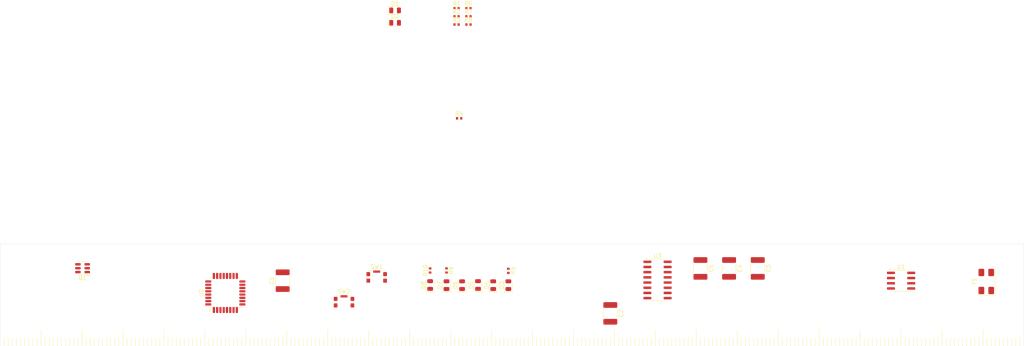
<source format=kicad_pcb>
(kicad_pcb (version 20241229) (generator "pcbnew") (generator_version "9.0")
  (layers (0 "F.Cu" signal) (2 "B.Cu" signal) (13 "F.Paste" user) (15 "B.Paste" user) (5 "F.SilkS" user "F.Silkscreen") (7 "B.SilkS" user "B.Silkscreen") (1 "F.Mask" user) (3 "B.Mask" user) (25 "Edge.Cuts" user))
  (net 0 "")
  (net 1 "Net-(D1-K)")
  (net 2 "Net-(U1-DIS)")
  (net 3 "Net-(U3-INL)")
  (net 4 "Net-(U3-INR)")
  (net 5 "Net-(U3--OUT_R)")
  (net 6 "Net-(U3-+OUT_R)")
  (net 7 "Net-(D1-A)")
  (net 8 "Net-(D2-A)")
  (net 9 "Net-(D2-K)")
  (net 10 "Net-(D3-A)")
  (net 11 "Net-(D4-A)")
  (net 12 "Net-(D5-A)")
  (net 13 "Net-(D6-A)")
  (net 14 "Net-(D7-A)")
  (net 15 "Net-(D8-A)")
  (net 16 "Net-(Q1A-E1)")
  (net 17 "Net-(Q1A-C1)")
  (net 18 "Net-(Q1A-B1)")
  (net 19 "Net-(U1-TR)")
  (net 20 "Net-(U1-CV)")
  (net 21 "Net-(U2-PB1)")
  (net 22 "Net-(U2-PD1)")
  (net 23 "Net-(U2-PD2)")
  (net 24 "Net-(U2-PD3)")
  (net 25 "Net-(U2-PD4)")
  (net 26 "Net-(U2-PD5)")
  (net 27 "Net-(U2-PD6)")
  (net 28 "Net-(U2-PD7)")
  (net 29 "Net-(U2-PC6{slash}~{RESET})")
  (net 31 "Net-(U2-PB6{slash}XTAL1)")
  (net 33 "Net-(U1-THR)")
  (net 34 "/bus_5")
  (net 35 "/bus_3")
  (net 36 "/bus_2")
  (net 37 "/bus_4")
  (net 38 "/bus_1")
  (net 39 "Net-(U3-GND)")
  (footprint "Crystal:Crystal_SMD_0603-4Pin_6.0x3.5mm" (layer "F.Cu") (at 260.8 152.2 90)
    (property "Reference" "Y1" (at 0 -2.95 90) (layer "F.SilkS"))
    (property "Value" "Crystal")
    (fp_line (start -3.36 -2.16) (end -3.36 2.16) (stroke (width 0.12)) (layer "F.SilkS"))
    (fp_line (start -3.36 2.16) (end 3.36 2.16) (stroke (width 0.12)) (layer "F.SilkS"))
    (pad "1" smd roundrect (at -2.2 1.2 90) (size 1.8 1.4) (layers "F.Cu" "F.Mask" "F.Paste") (roundrect_rratio 0.178571) (net 33 "Net-(U1-THR)"))
    (pad "2" smd roundrect (at 2.2 1.2 90) (size 1.8 1.4) (layers "F.Cu" "F.Mask" "F.Paste") (roundrect_rratio 0.178571) (net 9 "Net-(D2-K)"))
    (pad "3" smd roundrect (at 2.2 -1.2 90) (size 1.8 1.4) (layers "F.Cu" "F.Mask" "F.Paste") (roundrect_rratio 0.178571))
    (pad "4" smd roundrect (at -2.2 -1.2 90) (size 1.8 1.4) (layers "F.Cu" "F.Mask" "F.Paste") (roundrect_rratio 0.178571))
  )
  (footprint "Capacitor_SMD:C_1812_4532Metric" (layer "F.Cu") (at 191 149 -90)
    (property "Reference" "C5" (at 0 -2.65 90) (layer "F.SilkS"))
    (property "Value" "C")
    (fp_line (start -1.161252 1.71) (end 1.161252 1.71) (stroke (width 0.12)) (layer "F.SilkS"))
    (fp_line (start -1.161252 -1.71) (end 1.161252 -1.71) (stroke (width 0.12)) (layer "F.SilkS"))
    (pad "1" smd roundrect (at -2.05 0 270) (size 1.4 3.4) (layers "F.Cu" "F.Mask" "F.Paste") (roundrect_rratio 0.178571) (net 6 "Net-(U3-+OUT_R)"))
    (pad "2" smd roundrect (at 2.05 0 270) (size 1.4 3.4) (layers "F.Cu" "F.Mask" "F.Paste") (roundrect_rratio 0.178571) (net 5 "Net-(U3--OUT_R)"))
  )
  (footprint "LED_SMD:LED_0805_2012Metric" (layer "F.Cu") (at 116.445 88.95)
    (property "Reference" "D2" (at 0 -1.65 0) (layer "F.SilkS"))
    (property "Value" "LED")
    (fp_line (start -1.685 -0.96) (end -1.685 0.96) (stroke (width 0.12)) (layer "F.SilkS"))
    (fp_line (start -1.685 0.96) (end 1 0.96) (stroke (width 0.12)) (layer "F.SilkS"))
    (fp_line (start 1 -0.96) (end -1.685 -0.96) (stroke (width 0.12)) (layer "F.SilkS"))
    (pad "1" smd roundrect (at -0.9375 0) (size 0.975 1.4) (layers "F.Cu" "F.Mask" "F.Paste") (net 9 "Net-(D2-K)"))
    (pad "2" smd roundrect (at 0.9375 0) (size 0.975 1.4) (layers "F.Cu" "F.Mask" "F.Paste") (net 8 "Net-(D2-A)"))
  )
  (footprint "Package_SO:SOIC-8_3.9x4.9mm_P1.27mm" (layer "F.Cu") (at 240 152)
    (property "Reference" "U1" (at 0 -3.4 0) (layer "F.SilkS"))
    (property "Value" "ICM7555xB")
    (fp_line (start 0 -2.56) (end -1.95 -2.56) (stroke (width 0.12)) (layer "F.SilkS"))
    (fp_line (start 0 -2.56) (end 1.95 -2.56) (stroke (width 0.12)) (layer "F.SilkS"))
    (fp_line (start 0 2.56) (end -1.95 2.56) (stroke (width 0.12)) (layer "F.SilkS"))
    (fp_line (start 0 2.56) (end 1.95 2.56) (stroke (width 0.12)) (layer "F.SilkS"))
    (fp_poly (pts (xy -2.7 -2.465) (xy -2.94 -2.795) (xy -2.46 -2.795)) (stroke (width 0.12)) (fill yes) (layer "F.SilkS"))
    (pad "1" smd roundrect (at -2.475 -1.905) (size 1.95 0.6) (layers "F.Cu" "F.Mask" "F.Paste") (net 9 "Net-(D2-K)"))
    (pad "2" smd roundrect (at -2.475 -0.635) (size 1.95 0.6) (layers "F.Cu" "F.Mask" "F.Paste") (net 19 "Net-(U1-TR)"))
    (pad "3" smd roundrect (at -2.475 0.635) (size 1.95 0.6) (layers "F.Cu" "F.Mask" "F.Paste") (net 1 "Net-(D1-K)"))
    (pad "4" smd roundrect (at -2.475 1.905) (size 1.95 0.6) (layers "F.Cu" "F.Mask" "F.Paste") (net 20 "Net-(U1-CV)"))
    (pad "5" smd roundrect (at 2.475 1.905) (size 1.95 0.6) (layers "F.Cu" "F.Mask" "F.Paste") (net 20 "Net-(U1-CV)"))
    (pad "6" smd roundrect (at 2.475 0.635) (size 1.95 0.6) (layers "F.Cu" "F.Mask" "F.Paste") (net 33 "Net-(U1-THR)"))
    (pad "7" smd roundrect (at 2.475 -0.635) (size 1.95 0.6) (layers "F.Cu" "F.Mask" "F.Paste") (net 2 "Net-(U1-DIS)"))
    (pad "8" smd roundrect (at 2.475 -1.905) (size 1.95 0.6) (layers "F.Cu" "F.Mask" "F.Paste") (net 1 "Net-(D1-K)"))
  )
  (footprint "Button_Switch_SMD:SW_SPST_CK_KMS2xxGP" (layer "F.Cu") (at 111.95 151.2)
    (property "Reference" "SW1" (at 0 -2.6 0) (layer "F.SilkS"))
    (property "Value" "CK_KMS2xxG")
    (fp_line (start -2.21 -1.56) (end -1.11 -1.56) (stroke (width 0.12)) (layer "F.SilkS"))
    (fp_line (start -2.21 -0.04) (end -2.21 0.04) (stroke (width 0.12)) (layer "F.SilkS"))
    (fp_line (start 1.11 -1.56) (end 2.21 -1.56) (stroke (width 0.12)) (layer "F.SilkS"))
    (fp_line (start 2.21 -0.04) (end 2.21 0.04) (stroke (width 0.12)) (layer "F.SilkS"))
    (pad "" np_thru_hole circle (at -0.975 0.75) (size 0.9 0.9) (drill 0.9) (layers "*.Cu" "*.Mask"))
    (pad "" np_thru_hole circle (at 0.975 0.75) (size 0.9 0.9) (drill 0.9) (layers "*.Cu" "*.Mask"))
    (pad "1" smd roundrect (at -2.05 -0.8) (size 0.9 1) (layers "F.Cu" "F.Mask" "F.Paste") (roundrect_rratio 0.15) (net 1 "Net-(D1-K)"))
    (pad "1" smd roundrect (at 2.05 -0.8) (size 0.9 1) (layers "F.Cu" "F.Mask" "F.Paste") (roundrect_rratio 0.15) (net 1 "Net-(D1-K)"))
    (pad "2" smd roundrect (at -2.05 0.8) (size 0.9 1) (layers "F.Cu" "F.Mask" "F.Paste") (roundrect_rratio 0.15) (net 29 "Net-(U2-PC6{slash}~{RESET})"))
    (pad "2" smd roundrect (at 2.05 0.8) (size 0.9 1) (layers "F.Cu" "F.Mask" "F.Paste") (roundrect_rratio 0.15) (net 29 "Net-(U2-PC6{slash}~{RESET})"))
    (pad "SH" smd roundrect (at 0 -1.425) (size 1.7 0.55) (layers "F.Cu" "F.Mask" "F.Paste") (roundrect_rratio 0.15))
  )
  (footprint "Package_TO_SOT_SMD:SOT-23-6" (layer "F.Cu") (at 40.1375 148.95 180)
    (property "Reference" "Q1" (at 0 -2.4 0) (layer "F.SilkS"))
    (property "Value" "DMMT5401")
    (fp_line (start 0 1.56) (end 0.8 1.56) (stroke (width 0.12)) (layer "F.SilkS"))
    (fp_line (start 0 1.56) (end -0.8 1.56) (stroke (width 0.12)) (layer "F.SilkS"))
    (fp_line (start 0 -1.56) (end 0.8 -1.56) (stroke (width 0.12)) (layer "F.SilkS"))
    (fp_line (start 0 -1.56) (end -0.8 -1.56) (stroke (width 0.12)) (layer "F.SilkS"))
    (fp_poly (pts (xy -1.3 -1.51) (xy -1.54 -1.84) (xy -1.06 -1.84)) (stroke (width 0.12)) (fill yes) (layer "F.SilkS"))
    (pad "1" smd roundrect (at -1.1375 -0.95 180) (size 1.325 0.6) (layers "F.Cu" "F.Mask" "F.Paste") (net 17 "Net-(Q1A-C1)"))
    (pad "2" smd roundrect (at -1.1375 0 180) (size 1.325 0.6) (layers "F.Cu" "F.Mask" "F.Paste") (net 18 "Net-(Q1A-B1)"))
    (pad "3" smd roundrect (at -1.1375 0.95 180) (size 1.325 0.6) (layers "F.Cu" "F.Mask" "F.Paste"))
    (pad "4" smd roundrect (at 1.1375 0.95 180) (size 1.325 0.6) (layers "F.Cu" "F.Mask" "F.Paste"))
    (pad "5" smd roundrect (at 1.1375 0 180) (size 1.325 0.6) (layers "F.Cu" "F.Mask" "F.Paste"))
    (pad "6" smd roundrect (at 1.1375 -0.95 180) (size 1.325 0.6) (layers "F.Cu" "F.Mask" "F.Paste") (net 16 "Net-(Q1A-E1)"))
  )
  (footprint "Resistor_SMD:R_0402_1005Metric" (layer "F.Cu") (at 131.455 85.385)
    (property "Reference" "R1" (at 0 -1.17 0) (layer "F.SilkS"))
    (property "Value" "R")
    (fp_line (start -0.153641 -0.38) (end 0.153641 -0.38) (stroke (width 0.12)) (layer "F.SilkS"))
    (fp_line (start -0.153641 0.38) (end 0.153641 0.38) (stroke (width 0.12)) (layer "F.SilkS"))
    (pad "1" smd roundrect (at -0.51 0) (size 0.54 0.64) (layers "F.Cu" "F.Mask" "F.Paste") (net 1 "Net-(D1-K)"))
    (pad "2" smd roundrect (at 0.51 0) (size 0.54 0.64) (layers "F.Cu" "F.Mask" "F.Paste") (net 19 "Net-(U1-TR)"))
  )
  (footprint "Capacitor_SMD:C_1812_4532Metric" (layer "F.Cu") (at 198 149 -90)
    (property "Reference" "C4" (at 0 -2.65 90) (layer "F.SilkS"))
    (property "Value" "C")
    (fp_line (start -1.161252 1.71) (end 1.161252 1.71) (stroke (width 0.12)) (layer "F.SilkS"))
    (fp_line (start -1.161252 -1.71) (end 1.161252 -1.71) (stroke (width 0.12)) (layer "F.SilkS"))
    (pad "1" smd roundrect (at -2.05 0 270) (size 1.4 3.4) (layers "F.Cu" "F.Mask" "F.Paste") (roundrect_rratio 0.178571) (net 6 "Net-(U3-+OUT_R)"))
    (pad "2" smd roundrect (at 2.05 0 270) (size 1.4 3.4) (layers "F.Cu" "F.Mask" "F.Paste") (roundrect_rratio 0.178571) (net 5 "Net-(U3--OUT_R)"))
  )
  (footprint "Resistor_SMD:R_0402_1005Metric" (layer "F.Cu") (at 131.455 89.365)
    (property "Reference" "R3" (at 0 -1.17 0) (layer "F.SilkS"))
    (property "Value" "R")
    (fp_line (start -0.153641 -0.38) (end 0.153641 -0.38) (stroke (width 0.12)) (layer "F.SilkS"))
    (fp_line (start -0.153641 0.38) (end 0.153641 0.38) (stroke (width 0.12)) (layer "F.SilkS"))
    (pad "1" smd roundrect (at -0.51 0) (size 0.54 0.64) (layers "F.Cu" "F.Mask" "F.Paste") (net 1 "Net-(D1-K)"))
    (pad "2" smd roundrect (at 0.51 0) (size 0.54 0.64) (layers "F.Cu" "F.Mask" "F.Paste") (net 21 "Net-(U2-PB1)"))
  )
  (footprint "Resistor_SMD:R_0402_1005Metric" (layer "F.Cu") (at 129 149.5 -90)
    (property "Reference" "R9" (at 0 -1.17 90) (layer "F.SilkS"))
    (property "Value" "R")
    (fp_line (start -0.153641 0.38) (end 0.153641 0.38) (stroke (width 0.12)) (layer "F.SilkS"))
    (fp_line (start -0.153641 -0.38) (end 0.153641 -0.38) (stroke (width 0.12)) (layer "F.SilkS"))
    (pad "1" smd roundrect (at -0.51 0 270) (size 0.54 0.64) (layers "F.Cu" "F.Mask" "F.Paste") (net 27 "Net-(U2-PD6)"))
    (pad "2" smd roundrect (at 0.51 0 270) (size 0.54 0.64) (layers "F.Cu" "F.Mask" "F.Paste") (net 14 "Net-(D7-A)"))
  )
  (footprint "LED_SMD:LED_0805_2012Metric" (layer "F.Cu") (at 140.4 153.1 90)
    (property "Reference" "D4" (at 0 -1.65 90) (layer "F.SilkS"))
    (property "Value" "LED")
    (fp_line (start 1 -0.96) (end -1.685 -0.96) (stroke (width 0.12)) (layer "F.SilkS"))
    (fp_line (start -1.685 -0.96) (end -1.685 0.96) (stroke (width 0.12)) (layer "F.SilkS"))
    (fp_line (start -1.685 0.96) (end 1 0.96) (stroke (width 0.12)) (layer "F.SilkS"))
    (pad "1" smd roundrect (at -0.9375 0 90) (size 0.975 1.4) (layers "F.Cu" "F.Mask" "F.Paste") (net 9 "Net-(D2-K)"))
    (pad "2" smd roundrect (at 0.9375 0 90) (size 0.975 1.4) (layers "F.Cu" "F.Mask" "F.Paste") (net 11 "Net-(D4-A)"))
  )
  (footprint "Resistor_SMD:R_0402_1005Metric" (layer "F.Cu") (at 125 149.51 90)
    (property "Reference" "R10" (at 0 -1.17 90) (layer "F.SilkS"))
    (property "Value" "R")
    (fp_line (start -0.153641 -0.38) (end 0.153641 -0.38) (stroke (width 0.12)) (layer "F.SilkS"))
    (fp_line (start -0.153641 0.38) (end 0.153641 0.38) (stroke (width 0.12)) (layer "F.SilkS"))
    (pad "1" smd roundrect (at -0.51 0 90) (size 0.54 0.64) (layers "F.Cu" "F.Mask" "F.Paste") (net 28 "Net-(U2-PD7)"))
    (pad "2" smd roundrect (at 0.51 0 90) (size 0.54 0.64) (layers "F.Cu" "F.Mask" "F.Paste") (net 15 "Net-(D8-A)"))
  )
  (footprint "Button_Switch_SMD:SW_SPST_CK_KMS2xxGP" (layer "F.Cu") (at 103.975 157.25)
    (property "Reference" "SW2" (at 0 -2.6 0) (layer "F.SilkS"))
    (property "Value" "CK_KMS2xxG")
    (fp_line (start -2.21 -1.56) (end -1.11 -1.56) (stroke (width 0.12)) (layer "F.SilkS"))
    (fp_line (start -2.21 -0.04) (end -2.21 0.04) (stroke (width 0.12)) (layer "F.SilkS"))
    (fp_line (start 1.11 -1.56) (end 2.21 -1.56) (stroke (width 0.12)) (layer "F.SilkS"))
    (fp_line (start 2.21 -0.04) (end 2.21 0.04) (stroke (width 0.12)) (layer "F.SilkS"))
    (pad "" np_thru_hole circle (at -0.975 0.75) (size 0.9 0.9) (drill 0.9) (layers "*.Cu" "*.Mask"))
    (pad "" np_thru_hole circle (at 0.975 0.75) (size 0.9 0.9) (drill 0.9) (layers "*.Cu" "*.Mask"))
    (pad "1" smd roundrect (at -2.05 -0.8) (size 0.9 1) (layers "F.Cu" "F.Mask" "F.Paste") (roundrect_rratio 0.15) (net 1 "Net-(D1-K)"))
    (pad "1" smd roundrect (at 2.05 -0.8) (size 0.9 1) (layers "F.Cu" "F.Mask" "F.Paste") (roundrect_rratio 0.15) (net 1 "Net-(D1-K)"))
    (pad "2" smd roundrect (at -2.05 0.8) (size 0.9 1) (layers "F.Cu" "F.Mask" "F.Paste") (roundrect_rratio 0.15) (net 31 "Net-(U2-PB6{slash}XTAL1)"))
    (pad "2" smd roundrect (at 2.05 0.8) (size 0.9 1) (layers "F.Cu" "F.Mask" "F.Paste") (roundrect_rratio 0.15) (net 31 "Net-(U2-PB6{slash}XTAL1)"))
    (pad "SH" smd roundrect (at 0 -1.425) (size 1.7 0.55) (layers "F.Cu" "F.Mask" "F.Paste") (roundrect_rratio 0.15))
  )
  (footprint "Resistor_SMD:R_0402_1005Metric" (layer "F.Cu") (at 144.1 149.59 -90)
    (property "Reference" "R5" (at 0 -1.17 90) (layer "F.SilkS"))
    (property "Value" "R")
    (fp_line (start -0.153641 0.38) (end 0.153641 0.38) (stroke (width 0.12)) (layer "F.SilkS"))
    (fp_line (start -0.153641 -0.38) (end 0.153641 -0.38) (stroke (width 0.12)) (layer "F.SilkS"))
    (pad "1" smd roundrect (at -0.51 0 270) (size 0.54 0.64) (layers "F.Cu" "F.Mask" "F.Paste") (net 23 "Net-(U2-PD2)"))
    (pad "2" smd roundrect (at 0.51 0 270) (size 0.54 0.64) (layers "F.Cu" "F.Mask" "F.Paste") (net 10 "Net-(D3-A)"))
  )
  (footprint "LED_SMD:LED_0805_2012Metric" (layer "F.Cu") (at 129 153.1 90)
    (property "Reference" "D7" (at 0 -1.65 90) (layer "F.SilkS"))
    (property "Value" "LED")
    (fp_line (start 1 -0.96) (end -1.685 -0.96) (stroke (width 0.12)) (layer "F.SilkS"))
    (fp_line (start -1.685 -0.96) (end -1.685 0.96) (stroke (width 0.12)) (layer "F.SilkS"))
    (fp_line (start -1.685 0.96) (end 1 0.96) (stroke (width 0.12)) (layer "F.SilkS"))
    (pad "1" smd roundrect (at -0.9375 0 90) (size 0.975 1.4) (layers "F.Cu" "F.Mask" "F.Paste") (net 9 "Net-(D2-K)"))
    (pad "2" smd roundrect (at 0.9375 0 90) (size 0.975 1.4) (layers "F.Cu" "F.Mask" "F.Paste") (net 14 "Net-(D7-A)"))
  )
  (footprint "Resistor_SMD:R_0402_1005Metric" (layer "F.Cu") (at 134.365 89.365)
    (property "Reference" "R8" (at 0 -1.17 0) (layer "F.SilkS"))
    (property "Value" "R")
    (fp_line (start -0.153641 -0.38) (end 0.153641 -0.38) (stroke (width 0.12)) (layer "F.SilkS"))
    (fp_line (start -0.153641 0.38) (end 0.153641 0.38) (stroke (width 0.12)) (layer "F.SilkS"))
    (pad "1" smd roundrect (at -0.51 0) (size 0.54 0.64) (layers "F.Cu" "F.Mask" "F.Paste") (net 26 "Net-(U2-PD5)"))
    (pad "2" smd roundrect (at 0.51 0) (size 0.54 0.64) (layers "F.Cu" "F.Mask" "F.Paste") (net 13 "Net-(D6-A)"))
  )
  (footprint "Capacitor_SMD:C_1812_4532Metric" (layer "F.Cu") (at 205 149 -90)
    (property "Reference" "C3" (at 0 -2.65 90) (layer "F.SilkS"))
    (property "Value" "C")
    (fp_line (start -1.161252 1.71) (end 1.161252 1.71) (stroke (width 0.12)) (layer "F.SilkS"))
    (fp_line (start -1.161252 -1.71) (end 1.161252 -1.71) (stroke (width 0.12)) (layer "F.SilkS"))
    (pad "1" smd roundrect (at -2.05 0 270) (size 1.4 3.4) (layers "F.Cu" "F.Mask" "F.Paste") (roundrect_rratio 0.178571) (net 6 "Net-(U3-+OUT_R)"))
    (pad "2" smd roundrect (at 2.05 0 270) (size 1.4 3.4) (layers "F.Cu" "F.Mask" "F.Paste") (roundrect_rratio 0.178571) (net 5 "Net-(U3--OUT_R)"))
  )
  (footprint "Capacitor_SMD:C_1812_4532Metric" (layer "F.Cu") (at 89 152 90)
    (property "Reference" "C1" (at 0 -2.65 90) (layer "F.SilkS"))
    (property "Value" "C")
    (fp_line (start -1.161252 -1.71) (end 1.161252 -1.71) (stroke (width 0.12)) (layer "F.SilkS"))
    (fp_line (start -1.161252 1.71) (end 1.161252 1.71) (stroke (width 0.12)) (layer "F.SilkS"))
    (pad "1" smd roundrect (at -2.05 0 90) (size 1.4 3.4) (layers "F.Cu" "F.Mask" "F.Paste") (roundrect_rratio 0.178571) (net 1 "Net-(D1-K)"))
    (pad "2" smd roundrect (at 2.05 0 90) (size 1.4 3.4) (layers "F.Cu" "F.Mask" "F.Paste") (roundrect_rratio 0.178571) (net 2 "Net-(U1-DIS)"))
  )
  (footprint "Resistor_SMD:R_0402_1005Metric" (layer "F.Cu") (at 131.455 87.375)
    (property "Reference" "R2" (at 0 -1.17 0) (layer "F.SilkS"))
    (property "Value" "R")
    (fp_line (start -0.153641 -0.38) (end 0.153641 -0.38) (stroke (width 0.12)) (layer "F.SilkS"))
    (fp_line (start -0.153641 0.38) (end 0.153641 0.38) (stroke (width 0.12)) (layer "F.SilkS"))
    (pad "1" smd roundrect (at -0.51 0) (size 0.54 0.64) (layers "F.Cu" "F.Mask" "F.Paste") (net 19 "Net-(U1-TR)"))
    (pad "2" smd roundrect (at 0.51 0) (size 0.54 0.64) (layers "F.Cu" "F.Mask" "F.Paste") (net 20 "Net-(U1-CV)"))
  )
  (footprint "Package_SO:SOIC-16_3.9x9.9mm_P1.27mm" (layer "F.Cu") (at 180.525 151.825)
    (property "Reference" "U3" (at 0 -5.9 0) (layer "F.SilkS"))
    (property "Value" "PAM8406D")
    (fp_line (start 0 -5.06) (end -1.95 -5.06) (stroke (width 0.12)) (layer "F.SilkS"))
    (fp_line (start 0 -5.06) (end 1.95 -5.06) (stroke (width 0.12)) (layer "F.SilkS"))
    (fp_line (start 0 5.06) (end -1.95 5.06) (stroke (width 0.12)) (layer "F.SilkS"))
    (fp_line (start 0 5.06) (end 1.95 5.06) (stroke (width 0.12)) (layer "F.SilkS"))
    (fp_poly (pts (xy -2.7 -5.005) (xy -2.94 -5.335) (xy -2.46 -5.335)) (stroke (width 0.12)) (fill yes) (layer "F.SilkS"))
    (pad "1" smd roundrect (at -2.475 -4.445) (size 1.95 0.6) (layers "F.Cu" "F.Mask" "F.Paste") (net 38 "/bus_1"))
    (pad "2" smd roundrect (at -2.475 -3.175) (size 1.95 0.6) (layers "F.Cu" "F.Mask" "F.Paste") (net 36 "/bus_2"))
    (pad "3" smd roundrect (at -2.475 -1.905) (size 1.95 0.6) (layers "F.Cu" "F.Mask" "F.Paste") (net 35 "/bus_3"))
    (pad "4" smd roundrect (at -2.475 -0.635) (size 1.95 0.6) (layers "F.Cu" "F.Mask" "F.Paste") (net 37 "/bus_4"))
    (pad "5" smd roundrect (at -2.475 0.635) (size 1.95 0.6) (layers "F.Cu" "F.Mask" "F.Paste") (net 34 "/bus_5"))
    (pad "6" smd roundrect (at -2.475 1.905) (size 1.95 0.6) (layers "F.Cu" "F.Mask" "F.Paste") (net 1 "Net-(D1-K)"))
    (pad "7" smd roundrect (at -2.475 3.175) (size 1.95 0.6) (layers "F.Cu" "F.Mask" "F.Paste") (net 3 "Net-(U3-INL)"))
    (pad "8" smd roundrect (at -2.475 4.445) (size 1.95 0.6) (layers "F.Cu" "F.Mask" "F.Paste") (net 1 "Net-(D1-K)"))
    (pad "9" smd roundrect (at 2.475 4.445) (size 1.95 0.6) (layers "F.Cu" "F.Mask" "F.Paste") (net 16 "Net-(Q1A-E1)"))
    (pad "10" smd roundrect (at 2.475 3.175) (size 1.95 0.6) (layers "F.Cu" "F.Mask" "F.Paste") (net 4 "Net-(U3-INR)"))
    (pad "11" smd roundrect (at 2.475 1.905) (size 1.95 0.6) (layers "F.Cu" "F.Mask" "F.Paste") (net 39 "Net-(U3-GND)"))
    (pad "12" smd roundrect (at 2.475 0.635) (size 1.95 0.6) (layers "F.Cu" "F.Mask" "F.Paste") (net 4 "Net-(U3-INR)"))
    (pad "13" smd roundrect (at 2.475 -0.635) (size 1.95 0.6) (layers "F.Cu" "F.Mask" "F.Paste") (net 1 "Net-(D1-K)"))
    (pad "14" smd roundrect (at 2.475 -1.905) (size 1.95 0.6) (layers "F.Cu" "F.Mask" "F.Paste") (net 5 "Net-(U3--OUT_R)"))
    (pad "15" smd roundrect (at 2.475 -3.175) (size 1.95 0.6) (layers "F.Cu" "F.Mask" "F.Paste") (net 39 "Net-(U3-GND)"))
    (pad "16" smd roundrect (at 2.475 -4.445) (size 1.95 0.6) (layers "F.Cu" "F.Mask" "F.Paste") (net 6 "Net-(U3-+OUT_R)"))
  )
  (footprint "LED_SMD:LED_0805_2012Metric" (layer "F.Cu") (at 116.445 85.91)
    (property "Reference" "D1" (at 0 -1.65 0) (layer "F.SilkS"))
    (property "Value" "LED")
    (fp_line (start -1.685 -0.96) (end -1.685 0.96) (stroke (width 0.12)) (layer "F.SilkS"))
    (fp_line (start -1.685 0.96) (end 1 0.96) (stroke (width 0.12)) (layer "F.SilkS"))
    (fp_line (start 1 -0.96) (end -1.685 -0.96) (stroke (width 0.12)) (layer "F.SilkS"))
    (pad "1" smd roundrect (at -0.9375 0) (size 0.975 1.4) (layers "F.Cu" "F.Mask" "F.Paste") (net 1 "Net-(D1-K)"))
    (pad "2" smd roundrect (at 0.9375 0) (size 0.975 1.4) (layers "F.Cu" "F.Mask" "F.Paste") (net 7 "Net-(D1-A)"))
  )
  (footprint "LED_SMD:LED_0805_2012Metric" (layer "F.Cu") (at 125 153.0625 90)
    (property "Reference" "D8" (at 0 -1.65 90) (layer "F.SilkS"))
    (property "Value" "LED")
    (fp_line (start 1 -0.96) (end -1.685 -0.96) (stroke (width 0.12)) (layer "F.SilkS"))
    (fp_line (start -1.685 -0.96) (end -1.685 0.96) (stroke (width 0.12)) (layer "F.SilkS"))
    (fp_line (start -1.685 0.96) (end 1 0.96) (stroke (width 0.12)) (layer "F.SilkS"))
    (pad "1" smd roundrect (at -0.9375 0 90) (size 0.975 1.4) (layers "F.Cu" "F.Mask" "F.Paste") (net 9 "Net-(D2-K)"))
    (pad "2" smd roundrect (at 0.9375 0 90) (size 0.975 1.4) (layers "F.Cu" "F.Mask" "F.Paste") (net 15 "Net-(D8-A)"))
  )
  (footprint "Capacitor_SMD:C_1812_4532Metric" (layer "F.Cu") (at 169 160 -90)
    (property "Reference" "C2" (at 0 -2.65 90) (layer "F.SilkS"))
    (property "Value" "C")
    (fp_line (start -1.161252 1.71) (end 1.161252 1.71) (stroke (width 0.12)) (layer "F.SilkS"))
    (fp_line (start -1.161252 -1.71) (end 1.161252 -1.71) (stroke (width 0.12)) (layer "F.SilkS"))
    (pad "1" smd roundrect (at -2.05 0 270) (size 1.4 3.4) (layers "F.Cu" "F.Mask" "F.Paste") (roundrect_rratio 0.178571) (net 3 "Net-(U3-INL)"))
    (pad "2" smd roundrect (at 2.05 0 270) (size 1.4 3.4) (layers "F.Cu" "F.Mask" "F.Paste") (roundrect_rratio 0.178571) (net 4 "Net-(U3-INR)"))
  )
  (footprint "Resistor_SMD:R_0402_1005Metric" (layer "F.Cu") (at 134.365 85.385)
    (property "Reference" "R6" (at 0 -1.17 0) (layer "F.SilkS"))
    (property "Value" "R")
    (fp_line (start -0.153641 -0.38) (end 0.153641 -0.38) (stroke (width 0.12)) (layer "F.SilkS"))
    (fp_line (start -0.153641 0.38) (end 0.153641 0.38) (stroke (width 0.12)) (layer "F.SilkS"))
    (pad "1" smd roundrect (at -0.51 0) (size 0.54 0.64) (layers "F.Cu" "F.Mask" "F.Paste") (net 24 "Net-(U2-PD3)"))
    (pad "2" smd roundrect (at 0.51 0) (size 0.54 0.64) (layers "F.Cu" "F.Mask" "F.Paste") (net 11 "Net-(D4-A)"))
  )
  (footprint "LED_SMD:LED_0805_2012Metric" (layer "F.Cu") (at 132.8 153.1 90)
    (property "Reference" "D6" (at 0 -1.65 90) (layer "F.SilkS"))
    (property "Value" "LED")
    (fp_line (start 1 -0.96) (end -1.685 -0.96) (stroke (width 0.12)) (layer "F.SilkS"))
    (fp_line (start -1.685 -0.96) (end -1.685 0.96) (stroke (width 0.12)) (layer "F.SilkS"))
    (fp_line (start -1.685 0.96) (end 1 0.96) (stroke (width 0.12)) (layer "F.SilkS"))
    (pad "1" smd roundrect (at -0.9375 0 90) (size 0.975 1.4) (layers "F.Cu" "F.Mask" "F.Paste") (net 9 "Net-(D2-K)"))
    (pad "2" smd roundrect (at 0.9375 0 90) (size 0.975 1.4) (layers "F.Cu" "F.Mask" "F.Paste") (net 13 "Net-(D6-A)"))
  )
  (footprint "Package_QFP:TQFP-32_7x7mm_P0.8mm" (layer "F.Cu") (at 75 155 90)
    (property "Reference" "U2" (at 0 -5.85 90) (layer "F.SilkS"))
    (property "Value" "ATmega8-16A")
    (fp_line (start 3.61 -3.61) (end 3.61 -3.335) (stroke (width 0.12)) (layer "F.SilkS"))
    (fp_line (start 3.335 -3.61) (end 3.61 -3.61) (stroke (width 0.12)) (layer "F.SilkS"))
    (fp_line (start -3.335 -3.61) (end -3.61 -3.61) (stroke (width 0.12)) (layer "F.SilkS"))
    (fp_line (start -3.61 -3.61) (end -3.61 -3.335) (stroke (width 0.12)) (layer "F.SilkS"))
    (fp_line (start 3.61 3.61) (end 3.61 3.335) (stroke (width 0.12)) (layer "F.SilkS"))
    (fp_line (start 3.335 3.61) (end 3.61 3.61) (stroke (width 0.12)) (layer "F.SilkS"))
    (fp_line (start -3.335 3.61) (end -3.61 3.61) (stroke (width 0.12)) (layer "F.SilkS"))
    (fp_line (start -3.61 3.61) (end -3.61 3.335) (stroke (width 0.12)) (layer "F.SilkS"))
    (fp_poly (pts (xy -4.2 -3.335) (xy -4.54 -3.805) (xy -3.86 -3.805)) (stroke (width 0.12)) (fill yes) (layer "F.SilkS"))
    (pad "1" smd roundrect (at -4.1625 -2.8 90) (size 1.475 0.55) (layers "F.Cu" "F.Mask" "F.Paste") (net 24 "Net-(U2-PD3)"))
    (pad "2" smd roundrect (at -4.1625 -2 90) (size 1.475 0.55) (layers "F.Cu" "F.Mask" "F.Paste") (net 25 "Net-(U2-PD4)"))
    (pad "3" smd roundrect (at -4.1625 -1.2 90) (size 1.475 0.55) (layers "F.Cu" "F.Mask" "F.Paste") (net 9 "Net-(D2-K)"))
    (pad "4" smd roundrect (at -4.1625 -0.4 90) (size 1.475 0.55) (layers "F.Cu" "F.Mask" "F.Paste") (net 7 "Net-(D1-A)"))
    (pad "5" smd roundrect (at -4.1625 0.4 90) (size 1.475 0.55) (layers "F.Cu" "F.Mask" "F.Paste") (net 9 "Net-(D2-K)"))
    (pad "6" smd roundrect (at -4.1625 1.2 90) (size 1.475 0.55) (layers "F.Cu" "F.Mask" "F.Paste") (net 7 "Net-(D1-A)"))
    (pad "7" smd roundrect (at -4.1625 2 90) (size 1.475 0.55) (layers "F.Cu" "F.Mask" "F.Paste") (net 31 "Net-(U2-PB6{slash}XTAL1)"))
    (pad "8" smd roundrect (at -4.1625 2.8 90) (size 1.475 0.55) (layers "F.Cu" "F.Mask" "F.Paste") (net 31 "Net-(U2-PB6{slash}XTAL1)"))
    (pad "9" smd roundrect (at -2.8 4.1625 90) (size 0.55 1.475) (layers "F.Cu" "F.Mask" "F.Paste") (net 26 "Net-(U2-PD5)"))
    (pad "10" smd roundrect (at -2 4.1625 90) (size 0.55 1.475) (layers "F.Cu" "F.Mask" "F.Paste") (net 27 "Net-(U2-PD6)"))
    (pad "11" smd roundrect (at -1.2 4.1625 90) (size 0.55 1.475) (layers "F.Cu" "F.Mask" "F.Paste") (net 28 "Net-(U2-PD7)"))
    (pad "12" smd roundrect (at -0.4 4.1625 90) (size 0.55 1.475) (layers "F.Cu" "F.Mask" "F.Paste") (net 1 "Net-(D1-K)"))
    (pad "13" smd roundrect (at 0.4 4.1625 90) (size 0.55 1.475) (layers "F.Cu" "F.Mask" "F.Paste") (net 21 "Net-(U2-PB1)"))
    (pad "14" smd roundrect (at 1.2 4.1625 90) (size 0.55 1.475) (layers "F.Cu" "F.Mask" "F.Paste") (net 21 "Net-(U2-PB1)"))
    (pad "15" smd roundrect (at 2 4.1625 90) (size 0.55 1.475) (layers "F.Cu" "F.Mask" "F.Paste") (net 17 "Net-(Q1A-C1)"))
    (pad "16" smd roundrect (at 2.8 4.1625 90) (size 0.55 1.475) (layers "F.Cu" "F.Mask" "F.Paste") (net 18 "Net-(Q1A-B1)"))
    (pad "17" smd roundrect (at 4.1625 2.8 90) (size 1.475 0.55) (layers "F.Cu" "F.Mask" "F.Paste") (net 21 "Net-(U2-PB1)"))
    (pad "18" smd roundrect (at 4.1625 2 90) (size 1.475 0.55) (layers "F.Cu" "F.Mask" "F.Paste") (net 7 "Net-(D1-A)"))
    (pad "19" smd roundrect (at 4.1625 1.2 90) (size 1.475 0.55) (layers "F.Cu" "F.Mask" "F.Paste") (net 2 "Net-(U1-DIS)"))
    (pad "20" smd roundrect (at 4.1625 0.4 90) (size 1.475 0.55) (layers "F.Cu" "F.Mask" "F.Paste") (net 2 "Net-(U1-DIS)"))
    (pad "21" smd roundrect (at 4.1625 -0.4 90) (size 1.475 0.55) (layers "F.Cu" "F.Mask" "F.Paste") (net 9 "Net-(D2-K)"))
    (pad "22" smd roundrect (at 4.1625 -1.2 90) (size 1.475 0.55) (layers "F.Cu" "F.Mask" "F.Paste") (net 2 "Net-(U1-DIS)"))
    (pad "23" smd roundrect (at 4.1625 -2 90) (size 1.475 0.55) (layers "F.Cu" "F.Mask" "F.Paste") (net 16 "Net-(Q1A-E1)"))
    (pad "24" smd roundrect (at 4.1625 -2.8 90) (size 1.475 0.55) (layers "F.Cu" "F.Mask" "F.Paste") (net 16 "Net-(Q1A-E1)"))
    (pad "25" smd roundrect (at 2.8 -4.1625 90) (size 0.55 1.475) (layers "F.Cu" "F.Mask" "F.Paste") (net 38 "/bus_1"))
    (pad "26" smd roundrect (at 2 -4.1625 90) (size 0.55 1.475) (layers "F.Cu" "F.Mask" "F.Paste") (net 36 "/bus_2"))
    (pad "27" smd roundrect (at 1.2 -4.1625 90) (size 0.55 1.475) (layers "F.Cu" "F.Mask" "F.Paste") (net 35 "/bus_3"))
    (pad "28" smd roundrect (at 0.4 -4.1625 90) (size 0.55 1.475) (layers "F.Cu" "F.Mask" "F.Paste") (net 37 "/bus_4"))
    (pad "29" smd roundrect (at -0.4 -4.1625 90) (size 0.55 1.475) (layers "F.Cu" "F.Mask" "F.Paste") (net 29 "Net-(U2-PC6{slash}~{RESET})"))
    (pad "30" smd roundrect (at -1.2 -4.1625 90) (size 0.55 1.475) (layers "F.Cu" "F.Mask" "F.Paste") (net 34 "/bus_5"))
    (pad "31" smd roundrect (at -2 -4.1625 90) (size 0.55 1.475) (layers "F.Cu" "F.Mask" "F.Paste") (net 22 "Net-(U2-PD1)"))
    (pad "32" smd roundrect (at -2.8 -4.1625 90) (size 0.55 1.475) (layers "F.Cu" "F.Mask" "F.Paste") (net 23 "Net-(U2-PD2)"))
  )
  (footprint "LED_SMD:LED_0805_2012Metric" (layer "F.Cu") (at 136.7 153.0625 90)
    (property "Reference" "D5" (at 0 -1.65 90) (layer "F.SilkS"))
    (property "Value" "LED")
    (fp_line (start 1 -0.96) (end -1.685 -0.96) (stroke (width 0.12)) (layer "F.SilkS"))
    (fp_line (start -1.685 -0.96) (end -1.685 0.96) (stroke (width 0.12)) (layer "F.SilkS"))
    (fp_line (start -1.685 0.96) (end 1 0.96) (stroke (width 0.12)) (layer "F.SilkS"))
    (pad "1" smd roundrect (at -0.9375 0 90) (size 0.975 1.4) (layers "F.Cu" "F.Mask" "F.Paste") (net 9 "Net-(D2-K)"))
    (pad "2" smd roundrect (at 0.9375 0 90) (size 0.975 1.4) (layers "F.Cu" "F.Mask" "F.Paste") (net 12 "Net-(D5-A)"))
  )
  (footprint "LED_SMD:LED_0805_2012Metric" (layer "F.Cu") (at 144.1 153.1 90)
    (property "Reference" "D3" (at 0 -1.65 90) (layer "F.SilkS"))
    (property "Value" "LED")
    (fp_line (start 1 -0.96) (end -1.685 -0.96) (stroke (width 0.12)) (layer "F.SilkS"))
    (fp_line (start -1.685 -0.96) (end -1.685 0.96) (stroke (width 0.12)) (layer "F.SilkS"))
    (fp_line (start -1.685 0.96) (end 1 0.96) (stroke (width 0.12)) (layer "F.SilkS"))
    (pad "1" smd roundrect (at -0.9375 0 90) (size 0.975 1.4) (layers "F.Cu" "F.Mask" "F.Paste") (net 9 "Net-(D2-K)"))
    (pad "2" smd roundrect (at 0.9375 0 90) (size 0.975 1.4) (layers "F.Cu" "F.Mask" "F.Paste") (net 10 "Net-(D3-A)"))
  )
  (footprint "Resistor_SMD:R_0402_1005Metric" (layer "F.Cu") (at 132.09 112.3)
    (property "Reference" "R4" (at 0 -1.17 0) (layer "F.SilkS"))
    (property "Value" "R")
    (fp_line (start -0.153641 -0.38) (end 0.153641 -0.38) (stroke (width 0.12)) (layer "F.SilkS"))
    (fp_line (start -0.153641 0.38) (end 0.153641 0.38) (stroke (width 0.12)) (layer "F.SilkS"))
    (pad "1" smd roundrect (at -0.51 0) (size 0.54 0.64) (layers "F.Cu" "F.Mask" "F.Paste") (net 22 "Net-(U2-PD1)"))
    (pad "2" smd roundrect (at 0.51 0) (size 0.54 0.64) (layers "F.Cu" "F.Mask" "F.Paste") (net 8 "Net-(D2-A)"))
  )
  (footprint "Resistor_SMD:R_0402_1005Metric" (layer "F.Cu") (at 134.365 87.375)
    (property "Reference" "R7" (at 0 -1.17 0) (layer "F.SilkS"))
    (property "Value" "R")
    (fp_line (start -0.153641 -0.38) (end 0.153641 -0.38) (stroke (width 0.12)) (layer "F.SilkS"))
    (fp_line (start -0.153641 0.38) (end 0.153641 0.38) (stroke (width 0.12)) (layer "F.SilkS"))
    (pad "1" smd roundrect (at -0.51 0) (size 0.54 0.64) (layers "F.Cu" "F.Mask" "F.Paste") (net 25 "Net-(U2-PD4)"))
    (pad "2" smd roundrect (at 0.51 0) (size 0.54 0.64) (layers "F.Cu" "F.Mask" "F.Paste") (net 12 "Net-(D5-A)"))
  )
  (gr_line (start 118 168) (end 118 166) (stroke (width 0.1)) (layer "F.SilkS"))
  (gr_line (start 76 168) (end 76 166) (stroke (width 0.1)) (layer "F.SilkS"))
  (gr_line (start 168 168) (end 168 166) (stroke (width 0.1)) (layer "F.SilkS"))
  (gr_line (start 254 168) (end 254 166) (stroke (width 0.1)) (layer "F.SilkS"))
  (gr_line (start 167 168) (end 167 166) (stroke (width 0.1)) (layer "F.SilkS"))
  (gr_line (start 49 168) (end 49 166) (stroke (width 0.1)) (layer "F.SilkS"))
  (gr_line (start 70 168) (end 70 164) (stroke (width 0.1)) (layer "F.SilkS"))
  (gr_line (start 187 168) (end 187 166) (stroke (width 0.1)) (layer "F.SilkS"))
  (gr_line (start 245 168) (end 245 166) (stroke (width 0.1)) (layer "F.SilkS"))
  (gr_line (start 264 168) (end 264 166) (stroke (width 0.1)) (layer "F.SilkS"))
  (gr_line (start 252 168) (end 252 166) (stroke (width 0.1)) (layer "F.SilkS"))
  (gr_line (start 202 168) (end 202 166) (stroke (width 0.1)) (layer "F.SilkS"))
  (gr_line (start 144 168) (end 144 166) (stroke (width 0.1)) (layer "F.SilkS"))
  (gr_line (start 29 168) (end 29 166) (stroke (width 0.1)) (layer "F.SilkS"))
  (gr_line (start 66 168) (end 66 166) (stroke (width 0.1)) (layer "F.SilkS"))
  (gr_line (start 105 168) (end 105 166) (stroke (width 0.1)) (layer "F.SilkS"))
  (gr_line (start 141 168) (end 141 166) (stroke (width 0.1)) (layer "F.SilkS"))
  (gr_line (start 267 168) (end 267 166) (stroke (width 0.1)) (layer "F.SilkS"))
  (gr_line (start 251 168) (end 251 166) (stroke (width 0.1)) (layer "F.SilkS"))
  (gr_line (start 214 168) (end 214 166) (stroke (width 0.1)) (layer "F.SilkS"))
  (gr_line (start 238 168) (end 238 166) (stroke (width 0.1)) (layer "F.SilkS"))
  (gr_line (start 228 168) (end 228 166) (stroke (width 0.1)) (layer "F.SilkS"))
  (gr_line (start 210 168) (end 210 164) (stroke (width 0.1)) (layer "F.SilkS"))
  (gr_line (start 236 168) (end 236 166) (stroke (width 0.1)) (layer "F.SilkS"))
  (gr_line (start 62 168) (end 62 166) (stroke (width 0.1)) (layer "F.SilkS"))
  (gr_line (start 179 168) (end 179 166) (stroke (width 0.1)) (layer "F.SilkS"))
  (gr_line (start 157 168) (end 157 166) (stroke (width 0.1)) (layer "F.SilkS"))
  (gr_line (start 193 168) (end 193 166) (stroke (width 0.1)) (layer "F.SilkS"))
  (gr_line (start 174 168) (end 174 166) (stroke (width 0.1)) (layer "F.SilkS"))
  (gr_line (start 257 168) (end 257 166) (stroke (width 0.1)) (layer "F.SilkS"))
  (gr_line (start 197 168) (end 197 166) (stroke (width 0.1)) (layer "F.SilkS"))
  (gr_line (start 34 168) (end 34 166) (stroke (width 0.1)) (layer "F.SilkS"))
  (gr_line (start 194 168) (end 194 166) (stroke (width 0.1)) (layer "F.SilkS"))
  (gr_line (start 104 168) (end 104 166) (stroke (width 0.1)) (layer "F.SilkS"))
  (gr_line (start 32 168) (end 32 166) (stroke (width 0.1)) (layer "F.SilkS"))
  (gr_line (start 151 168) (end 151 166) (stroke (width 0.1)) (layer "F.SilkS"))
  (gr_line (start 143 168) (end 143 166) (stroke (width 0.1)) (layer "F.SilkS"))
  (gr_line (start 48 168) (end 48 166) (stroke (width 0.1)) (layer "F.SilkS"))
  (gr_line (start 64 168) (end 64 166) (stroke (width 0.1)) (layer "F.SilkS"))
  (gr_line (start 80 168) (end 80 164) (stroke (width 0.1)) (layer "F.SilkS"))
  (gr_line (start 176 168) (end 176 166) (stroke (width 0.1)) (layer "F.SilkS"))
  (gr_line (start 205 168) (end 205 166) (stroke (width 0.1)) (layer "F.SilkS"))
  (gr_line (start 211 168) (end 211 166) (stroke (width 0.1)) (layer "F.SilkS"))
  (gr_line (start 85 168) (end 85 166) (stroke (width 0.1)) (layer "F.SilkS"))
  (gr_line (start 188 168) (end 188 166) (stroke (width 0.1)) (layer "F.SilkS"))
  (gr_line (start 235 168) (end 235 166) (stroke (width 0.1)) (layer "F.SilkS"))
  (gr_line (start 163 168) (end 163 166) (stroke (width 0.1)) (layer "F.SilkS"))
  (gr_line (start 25 168) (end 25 166) (stroke (width 0.1)) (layer "F.SilkS"))
  (gr_line (start 93 168) (end 93 166) (stroke (width 0.1)) (layer "F.SilkS"))
  (gr_line (start 243 168) (end 243 166) (stroke (width 0.1)) (layer "F.SilkS"))
  (gr_line (start 121 168) (end 121 166) (stroke (width 0.1)) (layer "F.SilkS"))
  (gr_line (start 218 168) (end 218 166) (stroke (width 0.1)) (layer "F.SilkS"))
  (gr_line (start 223 168) (end 223 166) (stroke (width 0.1)) (layer "F.SilkS"))
  (gr_line (start 109 168) (end 109 166) (stroke (width 0.1)) (layer "F.SilkS"))
  (gr_line (start 161 168) (end 161 166) (stroke (width 0.1)) (layer "F.SilkS"))
  (gr_line (start 226 168) (end 226 166) (stroke (width 0.1)) (layer "F.SilkS"))
  (gr_line (start 201 168) (end 201 166) (stroke (width 0.1)) (layer "F.SilkS"))
  (gr_line (start 170 168) (end 170 164) (stroke (width 0.1)) (layer "F.SilkS"))
  (gr_line (start 36 168) (end 36 166) (stroke (width 0.1)) (layer "F.SilkS"))
  (gr_line (start 89 168) (end 89 166) (stroke (width 0.1)) (layer "F.SilkS"))
  (gr_line (start 135 168) (end 135 166) (stroke (width 0.1)) (layer "F.SilkS"))
  (gr_line (start 224 168) (end 224 166) (stroke (width 0.1)) (layer "F.SilkS"))
  (gr_line (start 181 168) (end 181 166) (stroke (width 0.1)) (layer "F.SilkS"))
  (gr_line (start 231 168) (end 231 166) (stroke (width 0.1)) (layer "F.SilkS"))
  (gr_line (start 55 168) (end 55 166) (stroke (width 0.1)) (layer "F.SilkS"))
  (gr_line (start 22 168) (end 22 166) (stroke (width 0.1)) (layer "F.SilkS"))
  (gr_line (start 229 168) (end 229 166) (stroke (width 0.1)) (layer "F.SilkS"))
  (gr_line (start 51 168) (end 51 166) (stroke (width 0.1)) (layer "F.SilkS"))
  (gr_line (start 27 168) (end 27 166) (stroke (width 0.1)) (layer "F.SilkS"))
  (gr_line (start 40 168) (end 40 164) (stroke (width 0.1)) (layer "F.SilkS"))
  (gr_line (start 45 168) (end 45 166) (stroke (width 0.1)) (layer "F.SilkS"))
  (gr_line (start 138 168) (end 138 166) (stroke (width 0.1)) (layer "F.SilkS"))
  (gr_line (start 200 168) (end 200 164) (stroke (width 0.1)) (layer "F.SilkS"))
  (gr_line (start 180 168) (end 180 164) (stroke (width 0.1)) (layer "F.SilkS"))
  (gr_line (start 96 168) (end 96 166) (stroke (width 0.1)) (layer "F.SilkS"))
  (gr_line (start 183 168) (end 183 166) (stroke (width 0.1)) (layer "F.SilkS"))
  (gr_line (start 190 168) (end 190 164) (stroke (width 0.1)) (layer "F.SilkS"))
  (gr_line (start 212 168) (end 212 166) (stroke (width 0.1)) (layer "F.SilkS"))
  (gr_line (start 247 168) (end 247 166) (stroke (width 0.1)) (layer "F.SilkS"))
  (gr_line (start 227 168) (end 227 166) (stroke (width 0.1)) (layer "F.SilkS"))
  (gr_line (start 265 168) (end 265 166) (stroke (width 0.1)) (layer "F.SilkS"))
  (gr_line (start 71 168) (end 71 166) (stroke (width 0.1)) (layer "F.SilkS"))
  (gr_line (start 237 168) (end 237 166) (stroke (width 0.1)) (layer "F.SilkS"))
  (gr_line (start 41 168) (end 41 166) (stroke (width 0.1)) (layer "F.SilkS"))
  (gr_line (start 263 168) (end 263 166) (stroke (width 0.1)) (layer "F.SilkS"))
  (gr_line (start 54 168) (end 54 166) (stroke (width 0.1)) (layer "F.SilkS"))
  (gr_line (start 91 168) (end 91 166) (stroke (width 0.1)) (layer "F.SilkS"))
  (gr_line (start 225 168) (end 225 166) (stroke (width 0.1)) (layer "F.SilkS"))
  (gr_line (start 57 168) (end 57 166) (stroke (width 0.1)) (layer "F.SilkS"))
  (gr_line (start 216 168) (end 216 166) (stroke (width 0.1)) (layer "F.SilkS"))
  (gr_line (start 107 168) (end 107 166) (stroke (width 0.1)) (layer "F.SilkS"))
  (gr_line (start 232 168) (end 232 166) (stroke (width 0.1)) (layer "F.SilkS"))
  (gr_line (start 113 168) (end 113 166) (stroke (width 0.1)) (layer "F.SilkS"))
  (gr_line (start 82 168) (end 82 166) (stroke (width 0.1)) (layer "F.SilkS"))
  (gr_line (start 39 168) (end 39 166) (stroke (width 0.1)) (layer "F.SilkS"))
  (gr_line (start 195 168) (end 195 166) (stroke (width 0.1)) (layer "F.SilkS"))
  (gr_line (start 185 168) (end 185 166) (stroke (width 0.1)) (layer "F.SilkS"))
  (gr_line (start 221 168) (end 221 166) (stroke (width 0.1)) (layer "F.SilkS"))
  (gr_line (start 128 168) (end 128 166) (stroke (width 0.1)) (layer "F.SilkS"))
  (gr_line (start 178 168) (end 178 166) (stroke (width 0.1)) (layer "F.SilkS"))
  (gr_line (start 50 168) (end 50 164) (stroke (width 0.1)) (layer "F.SilkS"))
  (gr_line (start 117 168) (end 117 166) (stroke (width 0.1)) (layer "F.SilkS"))
  (gr_line (start 162 168) (end 162 166) (stroke (width 0.1)) (layer "F.SilkS"))
  (gr_line (start 220 168) (end 220 164) (stroke (width 0.1)) (layer "F.SilkS"))
  (gr_line (start 203 168) (end 203 166) (stroke (width 0.1)) (layer "F.SilkS"))
  (gr_line (start 77 168) (end 77 166) (stroke (width 0.1)) (layer "F.SilkS"))
  (gr_line (start 115 168) (end 115 166) (stroke (width 0.1)) (layer "F.SilkS"))
  (gr_line (start 140 168) (end 140 164) (stroke (width 0.1)) (layer "F.SilkS"))
  (gr_line (start 153 168) (end 153 166) (stroke (width 0.1)) (layer "F.SilkS"))
  (gr_line (start 222 168) (end 222 166) (stroke (width 0.1)) (layer "F.SilkS"))
  (gr_line (start 145 168) (end 145 166) (stroke (width 0.1)) (layer "F.SilkS"))
  (gr_line (start 116 168) (end 116 166) (stroke (width 0.1)) (layer "F.SilkS"))
  (gr_line (start 240 168) (end 240 164) (stroke (width 0.1)) (layer "F.SilkS"))
  (gr_line (start 158 168) (end 158 166) (stroke (width 0.1)) (layer "F.SilkS"))
  (gr_line (start 119 168) (end 119 166) (stroke (width 0.1)) (layer "F.SilkS"))
  (gr_line (start 112 168) (end 112 166) (stroke (width 0.1)) (layer "F.SilkS"))
  (gr_line (start 73 168) (end 73 166) (stroke (width 0.1)) (layer "F.SilkS"))
  (gr_line (start 94 168) (end 94 166) (stroke (width 0.1)) (layer "F.SilkS"))
  (gr_line (start 171 168) (end 171 166) (stroke (width 0.1)) (layer "F.SilkS"))
  (gr_line (start 124 168) (end 124 166) (stroke (width 0.1)) (layer "F.SilkS"))
  (gr_line (start 175 168) (end 175 166) (stroke (width 0.1)) (layer "F.SilkS"))
  (gr_line (start 196 168) (end 196 166) (stroke (width 0.1)) (layer "F.SilkS"))
  (gr_line (start 84 168) (end 84 166) (stroke (width 0.1)) (layer "F.SilkS"))
  (gr_line (start 74 168) (end 74 166) (stroke (width 0.1)) (layer "F.SilkS"))
  (gr_line (start 149 168) (end 149 166) (stroke (width 0.1)) (layer "F.SilkS"))
  (gr_line (start 103 168) (end 103 166) (stroke (width 0.1)) (layer "F.SilkS"))
  (gr_line (start 60 168) (end 60 164) (stroke (width 0.1)) (layer "F.SilkS"))
  (gr_line (start 47 168) (end 47 166) (stroke (width 0.1)) (layer "F.SilkS"))
  (gr_line (start 152 168) (end 152 166) (stroke (width 0.1)) (layer "F.SilkS"))
  (gr_line (start 31 168) (end 31 166) (stroke (width 0.1)) (layer "F.SilkS"))
  (gr_line (start 78 168) (end 78 166) (stroke (width 0.1)) (layer "F.SilkS"))
  (gr_line (start 111 168) (end 111 166) (stroke (width 0.1)) (layer "F.SilkS"))
  (gr_line (start 191 168) (end 191 166) (stroke (width 0.1)) (layer "F.SilkS"))
  (gr_line (start 30 168) (end 30 164) (stroke (width 0.1)) (layer "F.SilkS"))
  (gr_line (start 150 168) (end 150 164) (stroke (width 0.1)) (layer "F.SilkS"))
  (gr_line (start 63 168) (end 63 166) (stroke (width 0.1)) (layer "F.SilkS"))
  (gr_line (start 75 168) (end 75 166) (stroke (width 0.1)) (layer "F.SilkS"))
  (gr_line (start 165 168) (end 165 166) (stroke (width 0.1)) (layer "F.SilkS"))
  (gr_line (start 88 168) (end 88 166) (stroke (width 0.1)) (layer "F.SilkS"))
  (gr_line (start 65 168) (end 65 166) (stroke (width 0.1)) (layer "F.SilkS"))
  (gr_line (start 244 168) (end 244 166) (stroke (width 0.1)) (layer "F.SilkS"))
  (gr_line (start 92 168) (end 92 166) (stroke (width 0.1)) (layer "F.SilkS"))
  (gr_line (start 207 168) (end 207 166) (stroke (width 0.1)) (layer "F.SilkS"))
  (gr_line (start 137 168) (end 137 166) (stroke (width 0.1)) (layer "F.SilkS"))
  (gr_line (start 44 168) (end 44 166) (stroke (width 0.1)) (layer "F.SilkS"))
  (gr_line (start 68 168) (end 68 166) (stroke (width 0.1)) (layer "F.SilkS"))
  (gr_line (start 177 168) (end 177 166) (stroke (width 0.1)) (layer "F.SilkS"))
  (gr_line (start 133 168) (end 133 166) (stroke (width 0.1)) (layer "F.SilkS"))
  (gr_line (start 246 168) (end 246 166) (stroke (width 0.1)) (layer "F.SilkS"))
  (gr_line (start 58 168) (end 58 166) (stroke (width 0.1)) (layer "F.SilkS"))
  (gr_line (start 160 168) (end 160 164) (stroke (width 0.1)) (layer "F.SilkS"))
  (gr_line (start 126 168) (end 126 166) (stroke (width 0.1)) (layer "F.SilkS"))
  (gr_line (start 79 168) (end 79 166) (stroke (width 0.1)) (layer "F.SilkS"))
  (gr_line (start 28 168) (end 28 166) (stroke (width 0.1)) (layer "F.SilkS"))
  (gr_line (start 213 168) (end 213 166) (stroke (width 0.1)) (layer "F.SilkS"))
  (gr_line (start 208 168) (end 208 166) (stroke (width 0.1)) (layer "F.SilkS"))
  (gr_line (start 147 168) (end 147 166) (stroke (width 0.1)) (layer "F.SilkS"))
  (gr_line (start 38 168) (end 38 166) (stroke (width 0.1)) (layer "F.SilkS"))
  (gr_line (start 146 168) (end 146 166) (stroke (width 0.1)) (layer "F.SilkS"))
  (gr_line (start 172 168) (end 172 166) (stroke (width 0.1)) (layer "F.SilkS"))
  (gr_line (start 83 168) (end 83 166) (stroke (width 0.1)) (layer "F.SilkS"))
  (gr_line (start 217 168) (end 217 166) (stroke (width 0.1)) (layer "F.SilkS"))
  (gr_line (start 125 168) (end 125 166) (stroke (width 0.1)) (layer "F.SilkS"))
  (gr_line (start 37 168) (end 37 166) (stroke (width 0.1)) (layer "F.SilkS"))
  (gr_line (start 72 168) (end 72 166) (stroke (width 0.1)) (layer "F.SilkS"))
  (gr_line (start 261 168) (end 261 166) (stroke (width 0.1)) (layer "F.SilkS"))
  (gr_line (start 148 168) (end 148 166) (stroke (width 0.1)) (layer "F.SilkS"))
  (gr_line (start 206 168) (end 206 166) (stroke (width 0.1)) (layer "F.SilkS"))
  (gr_line (start 184 168) (end 184 166) (stroke (width 0.1)) (layer "F.SilkS"))
  (gr_line (start 250 168) (end 250 164) (stroke (width 0.1)) (layer "F.SilkS"))
  (gr_line (start 26 168) (end 26 166) (stroke (width 0.1)) (layer "F.SilkS"))
  (gr_line (start 156 168) (end 156 166) (stroke (width 0.1)) (layer "F.SilkS"))
  (gr_line (start 204 168) (end 204 166) (stroke (width 0.1)) (layer "F.SilkS"))
  (gr_line (start 35 168) (end 35 166) (stroke (width 0.1)) (layer "F.SilkS"))
  (gr_line (start 90 168) (end 90 164) (stroke (width 0.1)) (layer "F.SilkS"))
  (gr_line (start 21 168) (end 21 166) (stroke (width 0.1)) (layer "F.SilkS"))
  (gr_line (start 114 168) (end 114 166) (stroke (width 0.1)) (layer "F.SilkS"))
  (gr_line (start 132 168) (end 132 166) (stroke (width 0.1)) (layer "F.SilkS"))
  (gr_line (start 215 168) (end 215 166) (stroke (width 0.1)) (layer "F.SilkS"))
  (gr_line (start 61 168) (end 61 166) (stroke (width 0.1)) (layer "F.SilkS"))
  (gr_line (start 239 168) (end 239 166) (stroke (width 0.1)) (layer "F.SilkS"))
  (gr_line (start 100 168) (end 100 164) (stroke (width 0.1)) (layer "F.SilkS"))
  (gr_line (start 108 168) (end 108 166) (stroke (width 0.1)) (layer "F.SilkS"))
  (gr_line (start 233 168) (end 233 166) (stroke (width 0.1)) (layer "F.SilkS"))
  (gr_line (start 97 168) (end 97 166) (stroke (width 0.1)) (layer "F.SilkS"))
  (gr_line (start 253 168) (end 253 166) (stroke (width 0.1)) (layer "F.SilkS"))
  (gr_line (start 106 168) (end 106 166) (stroke (width 0.1)) (layer "F.SilkS"))
  (gr_line (start 129 168) (end 129 166) (stroke (width 0.1)) (layer "F.SilkS"))
  (gr_line (start 241 168) (end 241 166) (stroke (width 0.1)) (layer "F.SilkS"))
  (gr_line (start 99 168) (end 99 166) (stroke (width 0.1)) (layer "F.SilkS"))
  (gr_line (start 95 168) (end 95 166) (stroke (width 0.1)) (layer "F.SilkS"))
  (gr_line (start 86 168) (end 86 166) (stroke (width 0.1)) (layer "F.SilkS"))
  (gr_line (start 139 168) (end 139 166) (stroke (width 0.1)) (layer "F.SilkS"))
  (gr_line (start 102 168) (end 102 166) (stroke (width 0.1)) (layer "F.SilkS"))
  (gr_line (start 155 168) (end 155 166) (stroke (width 0.1)) (layer "F.SilkS"))
  (gr_line (start 259 168) (end 259 166) (stroke (width 0.1)) (layer "F.SilkS"))
  (gr_line (start 249 168) (end 249 166) (stroke (width 0.1)) (layer "F.SilkS"))
  (gr_line (start 209 168) (end 209 166) (stroke (width 0.1)) (layer "F.SilkS"))
  (gr_line (start 234 168) (end 234 166) (stroke (width 0.1)) (layer "F.SilkS"))
  (gr_line (start 166 168) (end 166 166) (stroke (width 0.1)) (layer "F.SilkS"))
  (gr_line (start 131 168) (end 131 166) (stroke (width 0.1)) (layer "F.SilkS"))
  (gr_line (start 182 168) (end 182 166) (stroke (width 0.1)) (layer "F.SilkS"))
  (gr_line (start 230 168) (end 230 164) (stroke (width 0.1)) (layer "F.SilkS"))
  (gr_line (start 33 168) (end 33 166) (stroke (width 0.1)) (layer "F.SilkS"))
  (gr_line (start 269 168) (end 269 166) (stroke (width 0.1)) (layer "F.SilkS"))
  (gr_line (start 136 168) (end 136 166) (stroke (width 0.1)) (layer "F.SilkS"))
  (gr_line (start 122 168) (end 122 166) (stroke (width 0.1)) (layer "F.SilkS"))
  (gr_line (start 255 168) (end 255 166) (stroke (width 0.1)) (layer "F.SilkS"))
  (gr_line (start 42 168) (end 42 166) (stroke (width 0.1)) (layer "F.SilkS"))
  (gr_line (start 262 168) (end 262 166) (stroke (width 0.1)) (layer "F.SilkS"))
  (gr_line (start 134 168) (end 134 166) (stroke (width 0.1)) (layer "F.SilkS"))
  (gr_line (start 46 168) (end 46 166) (stroke (width 0.1)) (layer "F.SilkS"))
  (gr_line (start 81 168) (end 81 166) (stroke (width 0.1)) (layer "F.SilkS"))
  (gr_line (start 101 168) (end 101 166) (stroke (width 0.1)) (layer "F.SilkS"))
  (gr_line (start 242 168) (end 242 166) (stroke (width 0.1)) (layer "F.SilkS"))
  (gr_line (start 53 168) (end 53 166) (stroke (width 0.1)) (layer "F.SilkS"))
  (gr_line (start 266 168) (end 266 166) (stroke (width 0.1)) (layer "F.SilkS"))
  (gr_line (start 192 168) (end 192 166) (stroke (width 0.1)) (layer "F.SilkS"))
  (gr_line (start 219 168) (end 219 166) (stroke (width 0.1)) (layer "F.SilkS"))
  (gr_line (start 159 168) (end 159 166) (stroke (width 0.1)) (layer "F.SilkS"))
  (gr_line (start 56 168) (end 56 166) (stroke (width 0.1)) (layer "F.SilkS"))
  (gr_line (start 142 168) (end 142 166) (stroke (width 0.1)) (layer "F.SilkS"))
  (gr_line (start 268 168) (end 268 166) (stroke (width 0.1)) (layer "F.SilkS"))
  (gr_line (start 87 168) (end 87 166) (stroke (width 0.1)) (layer "F.SilkS"))
  (gr_line (start 43 168) (end 43 166) (stroke (width 0.1)) (layer "F.SilkS"))
  (gr_line (start 98 168) (end 98 166) (stroke (width 0.1)) (layer "F.SilkS"))
  (gr_line (start 186 168) (end 186 166) (stroke (width 0.1)) (layer "F.SilkS"))
  (gr_line (start 120 168) (end 120 164) (stroke (width 0.1)) (layer "F.SilkS"))
  (gr_line (start 23 168) (end 23 166) (stroke (width 0.1)) (layer "F.SilkS"))
  (gr_line (start 256 168) (end 256 166) (stroke (width 0.1)) (layer "F.SilkS"))
  (gr_line (start 154 168) (end 154 166) (stroke (width 0.1)) (layer "F.SilkS"))
  (gr_line (start 123 168) (end 123 166) (stroke (width 0.1)) (layer "F.SilkS"))
  (gr_line (start 258 168) (end 258 166) (stroke (width 0.1)) (layer "F.SilkS"))
  (gr_line (start 248 168) (end 248 166) (stroke (width 0.1)) (layer "F.SilkS"))
  (gr_line (start 130 168) (end 130 164) (stroke (width 0.1)) (layer "F.SilkS"))
  (gr_line (start 173 168) (end 173 166) (stroke (width 0.1)) (layer "F.SilkS"))
  (gr_line (start 127 168) (end 127 166) (stroke (width 0.1)) (layer "F.SilkS"))
  (gr_line (start 52 168) (end 52 166) (stroke (width 0.1)) (layer "F.SilkS"))
  (gr_line (start 24 168) (end 24 166) (stroke (width 0.1)) (layer "F.SilkS"))
  (gr_line (start 164 168) (end 164 166) (stroke (width 0.1)) (layer "F.SilkS"))
  (gr_line (start 69 168) (end 69 166) (stroke (width 0.1)) (layer "F.SilkS"))
  (gr_line (start 169 168) (end 169 166) (stroke (width 0.1)) (layer "F.SilkS"))
  (gr_line (start 199 168) (end 199 166) (stroke (width 0.1)) (layer "F.SilkS"))
  (gr_line (start 67 168) (end 67 166) (stroke (width 0.1)) (layer "F.SilkS"))
  (gr_line (start 198 168) (end 198 166) (stroke (width 0.1)) (layer "F.SilkS"))
  (gr_line (start 110 168) (end 110 164) (stroke (width 0.1)) (layer "F.SilkS"))
  (gr_line (start 59 168) (end 59 166) (stroke (width 0.1)) (layer "F.SilkS"))
  (gr_line (start 189 168) (end 189 166) (stroke (width 0.1)) (layer "F.SilkS"))
  (gr_line (start 260 168) (end 260 164) (stroke (width 0.1)) (layer "F.SilkS"))
  (gr_line (start 270 143) (end 20 143) (stroke (width 0.05)) (layer "Edge.Cuts"))
  (gr_line (start 20 143) (end 20 168) (stroke (width 0.05)) (layer "Edge.Cuts"))
  (gr_line (start 270 168) (end 270 143) (stroke (width 0.05)) (layer "Edge.Cuts"))
  (gr_line (start 20 168) (end 270 168) (stroke (width 0.05)) (layer "Edge.Cuts"))
)
</source>
